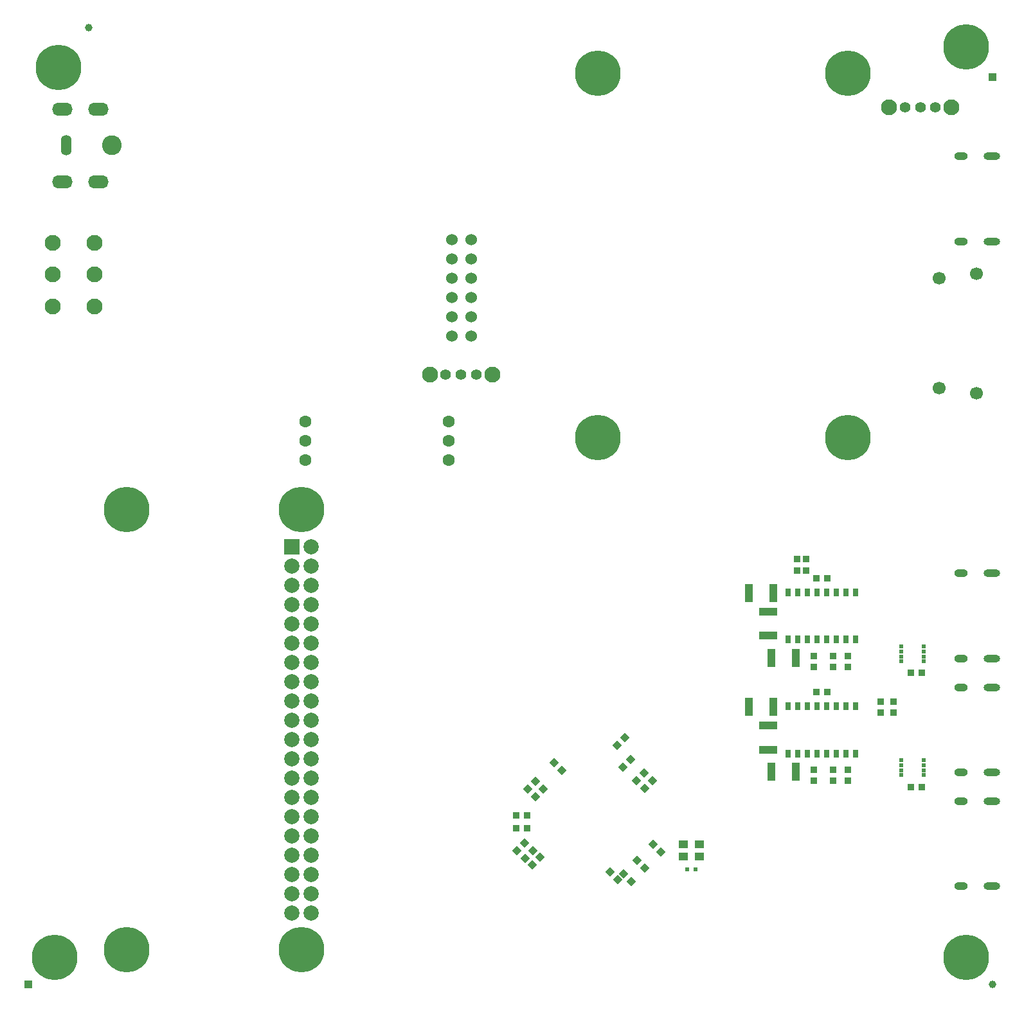
<source format=gbr>
%TF.GenerationSoftware,Altium Limited,Altium Designer,22.4.2 (48)*%
G04 Layer_Color=255*
%FSLAX26Y26*%
%MOIN*%
%TF.SameCoordinates,1C2CB1AA-ACBE-45DF-AC24-D873E68AE3FE*%
%TF.FilePolarity,Positive*%
%TF.FileFunction,Pads,Bot*%
%TF.Part,Single*%
G01*
G75*
%TA.AperFunction,SMDPad,CuDef*%
%ADD27R,0.023622X0.023622*%
%ADD39R,0.035433X0.033465*%
%ADD47R,0.043307X0.094488*%
%ADD48R,0.033465X0.035433*%
%TA.AperFunction,FiducialPad,Global*%
%ADD56C,0.039370*%
%ADD57R,0.039370X0.039370*%
%TA.AperFunction,ComponentPad*%
%ADD68O,0.086614X0.039370*%
%ADD69O,0.070866X0.039370*%
%ADD70C,0.082677*%
%ADD71R,0.078740X0.078740*%
%ADD72C,0.078740*%
%ADD73O,0.106299X0.066929*%
%ADD74O,0.055118X0.106299*%
%ADD75C,0.102362*%
%ADD76C,0.055118*%
%ADD77C,0.062992*%
%ADD78C,0.236220*%
%ADD79C,0.066929*%
%ADD80C,0.060000*%
%TA.AperFunction,SMDPad,CuDef*%
%ADD90R,0.029921X0.043307*%
%ADD91R,0.018504X0.019685*%
%ADD92R,0.051181X0.043307*%
G04:AMPARAMS|DCode=93|XSize=33.465mil|YSize=35.433mil|CornerRadius=0mil|HoleSize=0mil|Usage=FLASHONLY|Rotation=225.000|XOffset=0mil|YOffset=0mil|HoleType=Round|Shape=Rectangle|*
%AMROTATEDRECTD93*
4,1,4,-0.000696,0.024359,0.024359,-0.000696,0.000696,-0.024359,-0.024359,0.000696,-0.000696,0.024359,0.0*
%
%ADD93ROTATEDRECTD93*%

G04:AMPARAMS|DCode=94|XSize=33.465mil|YSize=35.433mil|CornerRadius=0mil|HoleSize=0mil|Usage=FLASHONLY|Rotation=315.000|XOffset=0mil|YOffset=0mil|HoleType=Round|Shape=Rectangle|*
%AMROTATEDRECTD94*
4,1,4,-0.024359,-0.000696,0.000696,0.024359,0.024359,0.000696,-0.000696,-0.024359,-0.024359,-0.000696,0.0*
%
%ADD94ROTATEDRECTD94*%

%ADD95R,0.094488X0.043307*%
D27*
X4461614Y1638780D02*
D03*
X4504921D02*
D03*
D39*
X5078740Y3189961D02*
D03*
Y3247047D02*
D03*
X5295276Y2154528D02*
D03*
Y2097441D02*
D03*
X5118110Y2154528D02*
D03*
Y2097441D02*
D03*
X5216535Y2154528D02*
D03*
Y2097441D02*
D03*
X5295276Y2745079D02*
D03*
Y2687992D02*
D03*
X5118110Y2745079D02*
D03*
Y2687992D02*
D03*
X5216535Y2745079D02*
D03*
Y2687992D02*
D03*
X5531496Y2451772D02*
D03*
Y2508858D02*
D03*
X5462598Y2451772D02*
D03*
Y2508858D02*
D03*
X5029528Y3189961D02*
D03*
Y3247047D02*
D03*
D47*
X5023622Y2736220D02*
D03*
X4897638D02*
D03*
X5023622Y2145669D02*
D03*
X4897638D02*
D03*
X4905512Y2480315D02*
D03*
X4779528D02*
D03*
X4905512Y3070866D02*
D03*
X4779528D02*
D03*
D48*
X5621063Y2066929D02*
D03*
X5678150D02*
D03*
X5621063Y2657480D02*
D03*
X5678150D02*
D03*
X5186024Y2559055D02*
D03*
X5128937D02*
D03*
X5186024Y3149606D02*
D03*
X5128937D02*
D03*
X3630905Y1917323D02*
D03*
X3573819D02*
D03*
X3630905Y1850394D02*
D03*
X3573819D02*
D03*
D56*
X1358268Y6003937D02*
D03*
X6043307Y1043307D02*
D03*
D57*
Y5748032D02*
D03*
X1043307Y1043307D02*
D03*
D68*
X6039370Y4896850D02*
D03*
Y5339370D02*
D03*
Y1550394D02*
D03*
Y1992913D02*
D03*
Y2140945D02*
D03*
Y2583465D02*
D03*
Y2731496D02*
D03*
Y3174016D02*
D03*
D69*
X5881890Y4896850D02*
D03*
Y5339370D02*
D03*
Y1550394D02*
D03*
Y1992913D02*
D03*
Y2140945D02*
D03*
Y2583465D02*
D03*
Y2731496D02*
D03*
Y3174016D02*
D03*
D70*
X1171260Y4559055D02*
D03*
Y4724409D02*
D03*
Y4889764D02*
D03*
X1387795Y4559055D02*
D03*
Y4724409D02*
D03*
Y4889764D02*
D03*
X5830709Y5590551D02*
D03*
X5507874D02*
D03*
X3125984Y4204724D02*
D03*
X3448819D02*
D03*
D71*
X2410866Y3312205D02*
D03*
D72*
X2510866D02*
D03*
X2410866Y3212205D02*
D03*
X2510866D02*
D03*
X2410866Y3112205D02*
D03*
X2510866D02*
D03*
X2410866Y3012205D02*
D03*
X2510866D02*
D03*
X2410866Y2912205D02*
D03*
X2510866D02*
D03*
X2410866Y2812205D02*
D03*
X2510866D02*
D03*
X2410866Y2712205D02*
D03*
X2510866D02*
D03*
X2410866Y2612205D02*
D03*
X2510866D02*
D03*
X2410866Y2512205D02*
D03*
X2510866D02*
D03*
X2410866Y2412205D02*
D03*
X2510866D02*
D03*
X2410866Y2312205D02*
D03*
X2510866D02*
D03*
X2410866Y2212205D02*
D03*
X2510866D02*
D03*
X2410866Y2112205D02*
D03*
X2510866D02*
D03*
X2410866Y2012205D02*
D03*
X2510866D02*
D03*
X2410866Y1912205D02*
D03*
X2510866D02*
D03*
X2410866Y1812205D02*
D03*
X2510866D02*
D03*
X2410866Y1712205D02*
D03*
X2510866D02*
D03*
X2410866Y1612205D02*
D03*
X2510866D02*
D03*
X2410866Y1512205D02*
D03*
X2510866D02*
D03*
X2410866Y1412205D02*
D03*
X2510866D02*
D03*
D73*
X1220472Y5206693D02*
D03*
Y5580709D02*
D03*
X1405512D02*
D03*
Y5206693D02*
D03*
D74*
X1240158Y5393701D02*
D03*
D75*
X1476378D02*
D03*
D76*
X5590551Y5590551D02*
D03*
X5669291D02*
D03*
X5748032D02*
D03*
X3366142Y4204724D02*
D03*
X3287402D02*
D03*
X3208661D02*
D03*
D77*
X3224409Y3762205D02*
D03*
Y3862205D02*
D03*
Y3962205D02*
D03*
X2480315Y3762205D02*
D03*
Y3862205D02*
D03*
Y3962205D02*
D03*
D78*
X5905512Y5905512D02*
D03*
X2460630Y3503937D02*
D03*
X1181102Y1181102D02*
D03*
X1200000Y5800000D02*
D03*
X5905512Y1181102D02*
D03*
X3996063Y3877953D02*
D03*
X5295276D02*
D03*
X3996063Y5767717D02*
D03*
X5295276D02*
D03*
X1555118Y3503937D02*
D03*
X2460630Y1220472D02*
D03*
X1555118D02*
D03*
D79*
X5767717Y4704724D02*
D03*
X5960630Y4728346D02*
D03*
X5767717Y4133858D02*
D03*
X5960630Y4110236D02*
D03*
D80*
X3239961Y4406299D02*
D03*
X3339961D02*
D03*
Y4906299D02*
D03*
X3239961D02*
D03*
X3339961Y4806299D02*
D03*
X3239961D02*
D03*
Y4706299D02*
D03*
X3339961D02*
D03*
X3239961Y4606299D02*
D03*
X3339961D02*
D03*
X3239961Y4506299D02*
D03*
X3339961D02*
D03*
D90*
X5182480Y2830709D02*
D03*
X5232480D02*
D03*
X5282480D02*
D03*
X5332480D02*
D03*
X5132480D02*
D03*
X5082480D02*
D03*
X5032480D02*
D03*
X4982480D02*
D03*
X5132480Y3074803D02*
D03*
X5082480D02*
D03*
X5032480D02*
D03*
X4982480D02*
D03*
X5182480D02*
D03*
X5232480D02*
D03*
X5282480D02*
D03*
X5332480D02*
D03*
X5182480Y2240157D02*
D03*
X5232480D02*
D03*
X5282480D02*
D03*
X5332480D02*
D03*
X5132480D02*
D03*
X5082480D02*
D03*
X5032480D02*
D03*
X4982480D02*
D03*
X5132480Y2484252D02*
D03*
X5082480D02*
D03*
X5032480D02*
D03*
X4982480D02*
D03*
X5182480D02*
D03*
X5232480D02*
D03*
X5282480D02*
D03*
X5332480D02*
D03*
D91*
X5571850Y2717520D02*
D03*
Y2743110D02*
D03*
Y2768701D02*
D03*
X5687992Y2794291D02*
D03*
Y2768701D02*
D03*
Y2743110D02*
D03*
Y2717520D02*
D03*
X5571850Y2794291D02*
D03*
Y2126968D02*
D03*
Y2152559D02*
D03*
Y2178150D02*
D03*
X5687992Y2203740D02*
D03*
Y2178150D02*
D03*
Y2152559D02*
D03*
Y2126968D02*
D03*
X5571850Y2203740D02*
D03*
D92*
X4524606Y1704725D02*
D03*
X4441929D02*
D03*
Y1769685D02*
D03*
X4524606D02*
D03*
D93*
X3618608Y1776089D02*
D03*
X3578242Y1735722D02*
D03*
X4137309Y2322349D02*
D03*
X4096943Y2281982D02*
D03*
X4239659Y2058557D02*
D03*
X4280026Y2098923D02*
D03*
X4196352Y2097927D02*
D03*
X4236719Y2138293D02*
D03*
X4125486Y2168793D02*
D03*
X4165852Y2209160D02*
D03*
X3621549Y1696352D02*
D03*
X3661916Y1736719D02*
D03*
X3656982Y1660919D02*
D03*
X3697349Y1701285D02*
D03*
D94*
X4129423Y1614671D02*
D03*
X4169789Y1574305D02*
D03*
X4282966Y1768215D02*
D03*
X4323333Y1727848D02*
D03*
X4099908Y1586116D02*
D03*
X4059541Y1626482D02*
D03*
X3811522Y2153045D02*
D03*
X3771155Y2193412D02*
D03*
X3713097Y2054620D02*
D03*
X3672730Y2094986D02*
D03*
X3673727Y2015250D02*
D03*
X3633360Y2055616D02*
D03*
X4200289Y1685537D02*
D03*
X4240656Y1645171D02*
D03*
D95*
X4881890Y2385827D02*
D03*
Y2259843D02*
D03*
Y2976378D02*
D03*
Y2850394D02*
D03*
%TF.MD5,6a58e520573ac330f5690b16afbd6efe*%
M02*

</source>
